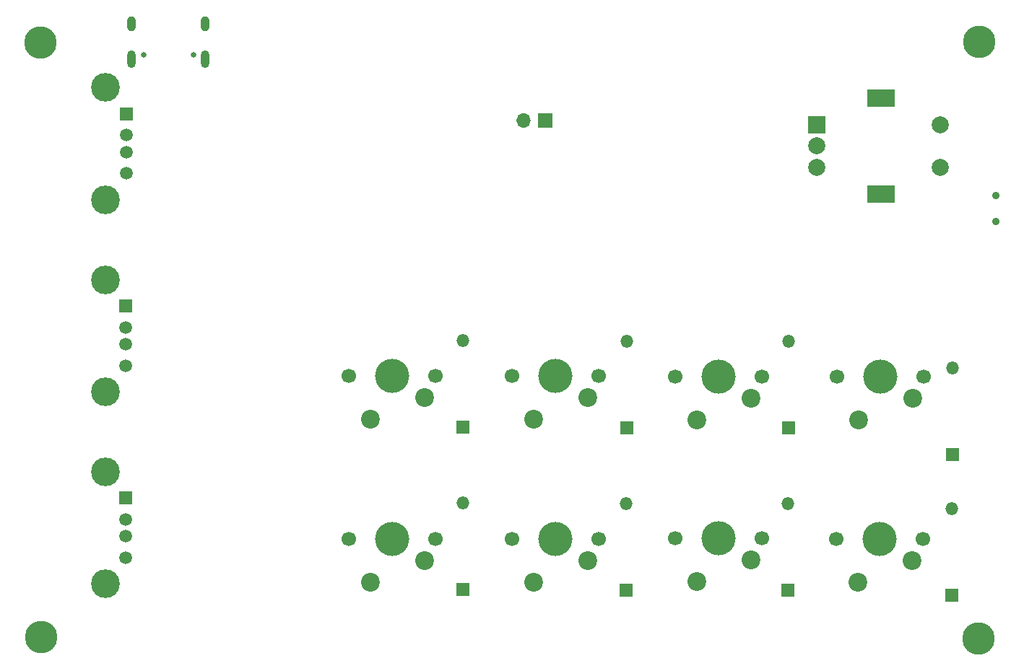
<source format=gbr>
%TF.GenerationSoftware,KiCad,Pcbnew,(6.0.10)*%
%TF.CreationDate,2023-02-08T22:59:09+05:30*%
%TF.ProjectId,macrokeypad13,6d616372-6f6b-4657-9970-616431332e6b,rev?*%
%TF.SameCoordinates,Original*%
%TF.FileFunction,Soldermask,Bot*%
%TF.FilePolarity,Negative*%
%FSLAX46Y46*%
G04 Gerber Fmt 4.6, Leading zero omitted, Abs format (unit mm)*
G04 Created by KiCad (PCBNEW (6.0.10)) date 2023-02-08 22:59:09*
%MOMM*%
%LPD*%
G01*
G04 APERTURE LIST*
%ADD10C,1.700000*%
%ADD11C,4.000000*%
%ADD12C,2.200000*%
%ADD13C,0.900000*%
%ADD14R,1.500000X1.500000*%
%ADD15O,1.500000X1.500000*%
%ADD16C,3.800000*%
%ADD17C,2.600000*%
%ADD18R,1.508000X1.508000*%
%ADD19C,1.508000*%
%ADD20C,3.366000*%
%ADD21C,0.650000*%
%ADD22O,1.000000X2.100000*%
%ADD23O,1.000000X1.800000*%
%ADD24R,2.000000X2.000000*%
%ADD25C,2.000000*%
%ADD26R,3.200000X2.000000*%
%ADD27R,1.700000X1.700000*%
%ADD28O,1.700000X1.700000*%
G04 APERTURE END LIST*
D10*
%TO.C,K2*%
X66690000Y-85580000D03*
X76850000Y-85580000D03*
D11*
X71770000Y-85580000D03*
D12*
X69230000Y-90660000D03*
X75580000Y-88120000D03*
%TD*%
D11*
%TO.C,K4*%
X90900000Y-85590000D03*
D10*
X95980000Y-85590000D03*
X85820000Y-85590000D03*
D12*
X88360000Y-90670000D03*
X94710000Y-88130000D03*
%TD*%
D10*
%TO.C,K5*%
X115110000Y-66510000D03*
D11*
X110030000Y-66510000D03*
D10*
X104950000Y-66510000D03*
D12*
X107490000Y-71590000D03*
X113840000Y-69050000D03*
%TD*%
D11*
%TO.C,K1*%
X71760000Y-66450000D03*
D10*
X76840000Y-66450000D03*
X66680000Y-66450000D03*
D12*
X69220000Y-71530000D03*
X75570000Y-68990000D03*
%TD*%
D13*
%TO.C,S1*%
X142520000Y-45310000D03*
X142520000Y-48310000D03*
%TD*%
D14*
%TO.C,D2*%
X80050000Y-72480000D03*
D15*
X80050000Y-62320000D03*
%TD*%
D16*
%TO.C,H4*%
X30630000Y-97110000D03*
D17*
X30630000Y-97110000D03*
%TD*%
D10*
%TO.C,K6*%
X104910000Y-85500000D03*
D11*
X109990000Y-85500000D03*
D10*
X115070000Y-85500000D03*
D12*
X107450000Y-90580000D03*
X113800000Y-88040000D03*
%TD*%
D18*
%TO.C,J4*%
X40490000Y-58270000D03*
D19*
X40490000Y-60770000D03*
X40490000Y-62770000D03*
X40490000Y-65270000D03*
D20*
X38090000Y-55200000D03*
X38090000Y-68340000D03*
%TD*%
D21*
%TO.C,J1*%
X42646814Y-28790469D03*
X48426814Y-28790469D03*
D22*
X49856814Y-29310469D03*
X41216814Y-29310469D03*
D23*
X49856814Y-25110469D03*
X41216814Y-25110469D03*
%TD*%
D14*
%TO.C,D9*%
X118140000Y-91580000D03*
D15*
X118140000Y-81420000D03*
%TD*%
D17*
%TO.C,H2*%
X140590000Y-27220000D03*
D16*
X140590000Y-27220000D03*
%TD*%
D24*
%TO.C,SW1*%
X121541649Y-36985634D03*
D25*
X121541649Y-41985634D03*
X121541649Y-39485634D03*
D26*
X129041649Y-45085634D03*
X129041649Y-33885634D03*
D25*
X136041649Y-41985634D03*
X136041649Y-36985634D03*
%TD*%
D14*
%TO.C,D12*%
X137380000Y-92170000D03*
D15*
X137380000Y-82010000D03*
%TD*%
D10*
%TO.C,K3*%
X96000000Y-66470000D03*
X85840000Y-66470000D03*
D11*
X90920000Y-66470000D03*
D12*
X88380000Y-71550000D03*
X94730000Y-69010000D03*
%TD*%
D10*
%TO.C,K7*%
X123910000Y-66540000D03*
X134070000Y-66540000D03*
D11*
X128990000Y-66540000D03*
D12*
X126450000Y-71620000D03*
X132800000Y-69080000D03*
%TD*%
D16*
%TO.C,H3*%
X140510000Y-97310000D03*
D17*
X140510000Y-97310000D03*
%TD*%
D27*
%TO.C,J2*%
X89720000Y-36445000D03*
D28*
X87180000Y-36445000D03*
%TD*%
D14*
%TO.C,D3*%
X80050000Y-91560000D03*
D15*
X80050000Y-81400000D03*
%TD*%
D14*
%TO.C,D8*%
X118240000Y-72570000D03*
D15*
X118240000Y-62410000D03*
%TD*%
D18*
%TO.C,J3*%
X40550000Y-35690000D03*
D19*
X40550000Y-38190000D03*
X40550000Y-40190000D03*
X40550000Y-42690000D03*
D20*
X38150000Y-32620000D03*
X38150000Y-45760000D03*
%TD*%
D17*
%TO.C,H1*%
X30530000Y-27320000D03*
D16*
X30530000Y-27320000D03*
%TD*%
D10*
%TO.C,K8*%
X123840000Y-85590000D03*
X134000000Y-85590000D03*
D11*
X128920000Y-85590000D03*
D12*
X126380000Y-90670000D03*
X132730000Y-88130000D03*
%TD*%
D14*
%TO.C,D11*%
X137420000Y-75650000D03*
D15*
X137420000Y-65490000D03*
%TD*%
D14*
%TO.C,D6*%
X99170000Y-91570000D03*
D15*
X99170000Y-81410000D03*
%TD*%
D14*
%TO.C,D5*%
X99260000Y-72520000D03*
D15*
X99260000Y-62360000D03*
%TD*%
D18*
%TO.C,J5*%
X40510000Y-80780000D03*
D19*
X40510000Y-83280000D03*
X40510000Y-85280000D03*
X40510000Y-87780000D03*
D20*
X38110000Y-77710000D03*
X38110000Y-90850000D03*
%TD*%
M02*

</source>
